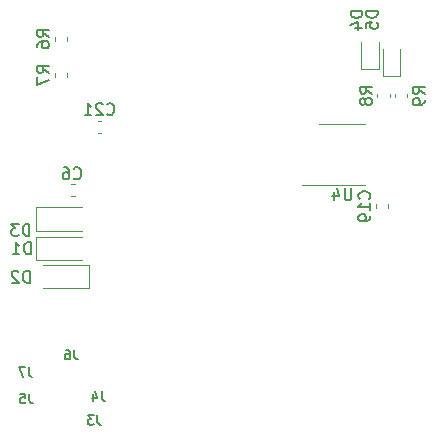
<source format=gbr>
G04 #@! TF.GenerationSoftware,KiCad,Pcbnew,5.1.4-1.fc30*
G04 #@! TF.CreationDate,2020-04-06T19:00:12+02:00*
G04 #@! TF.ProjectId,venom,76656e6f-6d2e-46b6-9963-61645f706362,rev?*
G04 #@! TF.SameCoordinates,Original*
G04 #@! TF.FileFunction,Legend,Bot*
G04 #@! TF.FilePolarity,Positive*
%FSLAX46Y46*%
G04 Gerber Fmt 4.6, Leading zero omitted, Abs format (unit mm)*
G04 Created by KiCad (PCBNEW 5.1.4-1.fc30) date 2020-04-06 19:00:12*
%MOMM*%
%LPD*%
G04 APERTURE LIST*
%ADD10C,0.120000*%
%ADD11C,0.150000*%
G04 APERTURE END LIST*
D10*
X148887221Y-118590000D02*
X149212779Y-118590000D01*
X148887221Y-117570000D02*
X149212779Y-117570000D01*
X145940000Y-124070000D02*
X145940000Y-122070000D01*
X145940000Y-122070000D02*
X149840000Y-122070000D01*
X145940000Y-124070000D02*
X149840000Y-124070000D01*
X150440000Y-124450000D02*
X146540000Y-124450000D01*
X150440000Y-126450000D02*
X146540000Y-126450000D01*
X150440000Y-124450000D02*
X150440000Y-126450000D01*
X145950000Y-121560000D02*
X145950000Y-119560000D01*
X145950000Y-119560000D02*
X149850000Y-119560000D01*
X145950000Y-121560000D02*
X149850000Y-121560000D01*
X148510000Y-105157221D02*
X148510000Y-105482779D01*
X147490000Y-105157221D02*
X147490000Y-105482779D01*
X147490000Y-108217221D02*
X147490000Y-108542779D01*
X148510000Y-108217221D02*
X148510000Y-108542779D01*
X174830000Y-109957221D02*
X174830000Y-110282779D01*
X175850000Y-109957221D02*
X175850000Y-110282779D01*
X177370000Y-109957221D02*
X177370000Y-110282779D01*
X176350000Y-109957221D02*
X176350000Y-110282779D01*
X168400000Y-117680000D02*
X173800000Y-117680000D01*
X169900000Y-112560000D02*
X173800000Y-112560000D01*
X174690000Y-119337221D02*
X174690000Y-119662779D01*
X175710000Y-119337221D02*
X175710000Y-119662779D01*
X173465000Y-107835000D02*
X173465000Y-105550000D01*
X174935000Y-107835000D02*
X173465000Y-107835000D01*
X174935000Y-105550000D02*
X174935000Y-107835000D01*
X176735000Y-106200000D02*
X176735000Y-108485000D01*
X176735000Y-108485000D02*
X175265000Y-108485000D01*
X175265000Y-108485000D02*
X175265000Y-106200000D01*
X151452779Y-112250000D02*
X151127221Y-112250000D01*
X151452779Y-113270000D02*
X151127221Y-113270000D01*
D11*
X149166666Y-131661904D02*
X149166666Y-132233333D01*
X149204761Y-132347619D01*
X149280952Y-132423809D01*
X149395238Y-132461904D01*
X149471428Y-132461904D01*
X148442857Y-131661904D02*
X148595238Y-131661904D01*
X148671428Y-131700000D01*
X148709523Y-131738095D01*
X148785714Y-131852380D01*
X148823809Y-132004761D01*
X148823809Y-132309523D01*
X148785714Y-132385714D01*
X148747619Y-132423809D01*
X148671428Y-132461904D01*
X148519047Y-132461904D01*
X148442857Y-132423809D01*
X148404761Y-132385714D01*
X148366666Y-132309523D01*
X148366666Y-132119047D01*
X148404761Y-132042857D01*
X148442857Y-132004761D01*
X148519047Y-131966666D01*
X148671428Y-131966666D01*
X148747619Y-132004761D01*
X148785714Y-132042857D01*
X148823809Y-132119047D01*
X151466666Y-135161904D02*
X151466666Y-135733333D01*
X151504761Y-135847619D01*
X151580952Y-135923809D01*
X151695238Y-135961904D01*
X151771428Y-135961904D01*
X150742857Y-135428571D02*
X150742857Y-135961904D01*
X150933333Y-135123809D02*
X151123809Y-135695238D01*
X150628571Y-135695238D01*
X145316666Y-133111904D02*
X145316666Y-133683333D01*
X145354761Y-133797619D01*
X145430952Y-133873809D01*
X145545238Y-133911904D01*
X145621428Y-133911904D01*
X145011904Y-133111904D02*
X144478571Y-133111904D01*
X144821428Y-133911904D01*
X145366666Y-135361904D02*
X145366666Y-135933333D01*
X145404761Y-136047619D01*
X145480952Y-136123809D01*
X145595238Y-136161904D01*
X145671428Y-136161904D01*
X144604761Y-135361904D02*
X144985714Y-135361904D01*
X145023809Y-135742857D01*
X144985714Y-135704761D01*
X144909523Y-135666666D01*
X144719047Y-135666666D01*
X144642857Y-135704761D01*
X144604761Y-135742857D01*
X144566666Y-135819047D01*
X144566666Y-136009523D01*
X144604761Y-136085714D01*
X144642857Y-136123809D01*
X144719047Y-136161904D01*
X144909523Y-136161904D01*
X144985714Y-136123809D01*
X145023809Y-136085714D01*
X151096666Y-137191904D02*
X151096666Y-137763333D01*
X151134761Y-137877619D01*
X151210952Y-137953809D01*
X151325238Y-137991904D01*
X151401428Y-137991904D01*
X150791904Y-137191904D02*
X150296666Y-137191904D01*
X150563333Y-137496666D01*
X150449047Y-137496666D01*
X150372857Y-137534761D01*
X150334761Y-137572857D01*
X150296666Y-137649047D01*
X150296666Y-137839523D01*
X150334761Y-137915714D01*
X150372857Y-137953809D01*
X150449047Y-137991904D01*
X150677619Y-137991904D01*
X150753809Y-137953809D01*
X150791904Y-137915714D01*
X149116666Y-117117142D02*
X149164285Y-117164761D01*
X149307142Y-117212380D01*
X149402380Y-117212380D01*
X149545238Y-117164761D01*
X149640476Y-117069523D01*
X149688095Y-116974285D01*
X149735714Y-116783809D01*
X149735714Y-116640952D01*
X149688095Y-116450476D01*
X149640476Y-116355238D01*
X149545238Y-116260000D01*
X149402380Y-116212380D01*
X149307142Y-116212380D01*
X149164285Y-116260000D01*
X149116666Y-116307619D01*
X148259523Y-116212380D02*
X148450000Y-116212380D01*
X148545238Y-116260000D01*
X148592857Y-116307619D01*
X148688095Y-116450476D01*
X148735714Y-116640952D01*
X148735714Y-117021904D01*
X148688095Y-117117142D01*
X148640476Y-117164761D01*
X148545238Y-117212380D01*
X148354761Y-117212380D01*
X148259523Y-117164761D01*
X148211904Y-117117142D01*
X148164285Y-117021904D01*
X148164285Y-116783809D01*
X148211904Y-116688571D01*
X148259523Y-116640952D01*
X148354761Y-116593333D01*
X148545238Y-116593333D01*
X148640476Y-116640952D01*
X148688095Y-116688571D01*
X148735714Y-116783809D01*
X145468095Y-123552380D02*
X145468095Y-122552380D01*
X145230000Y-122552380D01*
X145087142Y-122600000D01*
X144991904Y-122695238D01*
X144944285Y-122790476D01*
X144896666Y-122980952D01*
X144896666Y-123123809D01*
X144944285Y-123314285D01*
X144991904Y-123409523D01*
X145087142Y-123504761D01*
X145230000Y-123552380D01*
X145468095Y-123552380D01*
X143944285Y-123552380D02*
X144515714Y-123552380D01*
X144230000Y-123552380D02*
X144230000Y-122552380D01*
X144325238Y-122695238D01*
X144420476Y-122790476D01*
X144515714Y-122838095D01*
X145368095Y-125952380D02*
X145368095Y-124952380D01*
X145130000Y-124952380D01*
X144987142Y-125000000D01*
X144891904Y-125095238D01*
X144844285Y-125190476D01*
X144796666Y-125380952D01*
X144796666Y-125523809D01*
X144844285Y-125714285D01*
X144891904Y-125809523D01*
X144987142Y-125904761D01*
X145130000Y-125952380D01*
X145368095Y-125952380D01*
X144415714Y-125047619D02*
X144368095Y-125000000D01*
X144272857Y-124952380D01*
X144034761Y-124952380D01*
X143939523Y-125000000D01*
X143891904Y-125047619D01*
X143844285Y-125142857D01*
X143844285Y-125238095D01*
X143891904Y-125380952D01*
X144463333Y-125952380D01*
X143844285Y-125952380D01*
X145348095Y-121992380D02*
X145348095Y-120992380D01*
X145110000Y-120992380D01*
X144967142Y-121040000D01*
X144871904Y-121135238D01*
X144824285Y-121230476D01*
X144776666Y-121420952D01*
X144776666Y-121563809D01*
X144824285Y-121754285D01*
X144871904Y-121849523D01*
X144967142Y-121944761D01*
X145110000Y-121992380D01*
X145348095Y-121992380D01*
X144443333Y-120992380D02*
X143824285Y-120992380D01*
X144157619Y-121373333D01*
X144014761Y-121373333D01*
X143919523Y-121420952D01*
X143871904Y-121468571D01*
X143824285Y-121563809D01*
X143824285Y-121801904D01*
X143871904Y-121897142D01*
X143919523Y-121944761D01*
X144014761Y-121992380D01*
X144300476Y-121992380D01*
X144395714Y-121944761D01*
X144443333Y-121897142D01*
X147022380Y-105153333D02*
X146546190Y-104820000D01*
X147022380Y-104581904D02*
X146022380Y-104581904D01*
X146022380Y-104962857D01*
X146070000Y-105058095D01*
X146117619Y-105105714D01*
X146212857Y-105153333D01*
X146355714Y-105153333D01*
X146450952Y-105105714D01*
X146498571Y-105058095D01*
X146546190Y-104962857D01*
X146546190Y-104581904D01*
X146022380Y-106010476D02*
X146022380Y-105820000D01*
X146070000Y-105724761D01*
X146117619Y-105677142D01*
X146260476Y-105581904D01*
X146450952Y-105534285D01*
X146831904Y-105534285D01*
X146927142Y-105581904D01*
X146974761Y-105629523D01*
X147022380Y-105724761D01*
X147022380Y-105915238D01*
X146974761Y-106010476D01*
X146927142Y-106058095D01*
X146831904Y-106105714D01*
X146593809Y-106105714D01*
X146498571Y-106058095D01*
X146450952Y-106010476D01*
X146403333Y-105915238D01*
X146403333Y-105724761D01*
X146450952Y-105629523D01*
X146498571Y-105581904D01*
X146593809Y-105534285D01*
X147022380Y-108213333D02*
X146546190Y-107880000D01*
X147022380Y-107641904D02*
X146022380Y-107641904D01*
X146022380Y-108022857D01*
X146070000Y-108118095D01*
X146117619Y-108165714D01*
X146212857Y-108213333D01*
X146355714Y-108213333D01*
X146450952Y-108165714D01*
X146498571Y-108118095D01*
X146546190Y-108022857D01*
X146546190Y-107641904D01*
X146022380Y-108546666D02*
X146022380Y-109213333D01*
X147022380Y-108784761D01*
X174362380Y-109953333D02*
X173886190Y-109620000D01*
X174362380Y-109381904D02*
X173362380Y-109381904D01*
X173362380Y-109762857D01*
X173410000Y-109858095D01*
X173457619Y-109905714D01*
X173552857Y-109953333D01*
X173695714Y-109953333D01*
X173790952Y-109905714D01*
X173838571Y-109858095D01*
X173886190Y-109762857D01*
X173886190Y-109381904D01*
X173790952Y-110524761D02*
X173743333Y-110429523D01*
X173695714Y-110381904D01*
X173600476Y-110334285D01*
X173552857Y-110334285D01*
X173457619Y-110381904D01*
X173410000Y-110429523D01*
X173362380Y-110524761D01*
X173362380Y-110715238D01*
X173410000Y-110810476D01*
X173457619Y-110858095D01*
X173552857Y-110905714D01*
X173600476Y-110905714D01*
X173695714Y-110858095D01*
X173743333Y-110810476D01*
X173790952Y-110715238D01*
X173790952Y-110524761D01*
X173838571Y-110429523D01*
X173886190Y-110381904D01*
X173981428Y-110334285D01*
X174171904Y-110334285D01*
X174267142Y-110381904D01*
X174314761Y-110429523D01*
X174362380Y-110524761D01*
X174362380Y-110715238D01*
X174314761Y-110810476D01*
X174267142Y-110858095D01*
X174171904Y-110905714D01*
X173981428Y-110905714D01*
X173886190Y-110858095D01*
X173838571Y-110810476D01*
X173790952Y-110715238D01*
X178812380Y-109983333D02*
X178336190Y-109650000D01*
X178812380Y-109411904D02*
X177812380Y-109411904D01*
X177812380Y-109792857D01*
X177860000Y-109888095D01*
X177907619Y-109935714D01*
X178002857Y-109983333D01*
X178145714Y-109983333D01*
X178240952Y-109935714D01*
X178288571Y-109888095D01*
X178336190Y-109792857D01*
X178336190Y-109411904D01*
X178812380Y-110459523D02*
X178812380Y-110650000D01*
X178764761Y-110745238D01*
X178717142Y-110792857D01*
X178574285Y-110888095D01*
X178383809Y-110935714D01*
X178002857Y-110935714D01*
X177907619Y-110888095D01*
X177860000Y-110840476D01*
X177812380Y-110745238D01*
X177812380Y-110554761D01*
X177860000Y-110459523D01*
X177907619Y-110411904D01*
X178002857Y-110364285D01*
X178240952Y-110364285D01*
X178336190Y-110411904D01*
X178383809Y-110459523D01*
X178431428Y-110554761D01*
X178431428Y-110745238D01*
X178383809Y-110840476D01*
X178336190Y-110888095D01*
X178240952Y-110935714D01*
X172611904Y-117972380D02*
X172611904Y-118781904D01*
X172564285Y-118877142D01*
X172516666Y-118924761D01*
X172421428Y-118972380D01*
X172230952Y-118972380D01*
X172135714Y-118924761D01*
X172088095Y-118877142D01*
X172040476Y-118781904D01*
X172040476Y-117972380D01*
X171135714Y-118305714D02*
X171135714Y-118972380D01*
X171373809Y-117924761D02*
X171611904Y-118639047D01*
X170992857Y-118639047D01*
X174127142Y-118857142D02*
X174174761Y-118809523D01*
X174222380Y-118666666D01*
X174222380Y-118571428D01*
X174174761Y-118428571D01*
X174079523Y-118333333D01*
X173984285Y-118285714D01*
X173793809Y-118238095D01*
X173650952Y-118238095D01*
X173460476Y-118285714D01*
X173365238Y-118333333D01*
X173270000Y-118428571D01*
X173222380Y-118571428D01*
X173222380Y-118666666D01*
X173270000Y-118809523D01*
X173317619Y-118857142D01*
X174222380Y-119809523D02*
X174222380Y-119238095D01*
X174222380Y-119523809D02*
X173222380Y-119523809D01*
X173365238Y-119428571D01*
X173460476Y-119333333D01*
X173508095Y-119238095D01*
X174222380Y-120285714D02*
X174222380Y-120476190D01*
X174174761Y-120571428D01*
X174127142Y-120619047D01*
X173984285Y-120714285D01*
X173793809Y-120761904D01*
X173412857Y-120761904D01*
X173317619Y-120714285D01*
X173270000Y-120666666D01*
X173222380Y-120571428D01*
X173222380Y-120380952D01*
X173270000Y-120285714D01*
X173317619Y-120238095D01*
X173412857Y-120190476D01*
X173650952Y-120190476D01*
X173746190Y-120238095D01*
X173793809Y-120285714D01*
X173841428Y-120380952D01*
X173841428Y-120571428D01*
X173793809Y-120666666D01*
X173746190Y-120714285D01*
X173650952Y-120761904D01*
X173552380Y-102961904D02*
X172552380Y-102961904D01*
X172552380Y-103200000D01*
X172600000Y-103342857D01*
X172695238Y-103438095D01*
X172790476Y-103485714D01*
X172980952Y-103533333D01*
X173123809Y-103533333D01*
X173314285Y-103485714D01*
X173409523Y-103438095D01*
X173504761Y-103342857D01*
X173552380Y-103200000D01*
X173552380Y-102961904D01*
X172885714Y-104390476D02*
X173552380Y-104390476D01*
X172504761Y-104152380D02*
X173219047Y-103914285D01*
X173219047Y-104533333D01*
X174852380Y-102961904D02*
X173852380Y-102961904D01*
X173852380Y-103200000D01*
X173900000Y-103342857D01*
X173995238Y-103438095D01*
X174090476Y-103485714D01*
X174280952Y-103533333D01*
X174423809Y-103533333D01*
X174614285Y-103485714D01*
X174709523Y-103438095D01*
X174804761Y-103342857D01*
X174852380Y-103200000D01*
X174852380Y-102961904D01*
X173852380Y-104438095D02*
X173852380Y-103961904D01*
X174328571Y-103914285D01*
X174280952Y-103961904D01*
X174233333Y-104057142D01*
X174233333Y-104295238D01*
X174280952Y-104390476D01*
X174328571Y-104438095D01*
X174423809Y-104485714D01*
X174661904Y-104485714D01*
X174757142Y-104438095D01*
X174804761Y-104390476D01*
X174852380Y-104295238D01*
X174852380Y-104057142D01*
X174804761Y-103961904D01*
X174757142Y-103914285D01*
X151932857Y-111687142D02*
X151980476Y-111734761D01*
X152123333Y-111782380D01*
X152218571Y-111782380D01*
X152361428Y-111734761D01*
X152456666Y-111639523D01*
X152504285Y-111544285D01*
X152551904Y-111353809D01*
X152551904Y-111210952D01*
X152504285Y-111020476D01*
X152456666Y-110925238D01*
X152361428Y-110830000D01*
X152218571Y-110782380D01*
X152123333Y-110782380D01*
X151980476Y-110830000D01*
X151932857Y-110877619D01*
X151551904Y-110877619D02*
X151504285Y-110830000D01*
X151409047Y-110782380D01*
X151170952Y-110782380D01*
X151075714Y-110830000D01*
X151028095Y-110877619D01*
X150980476Y-110972857D01*
X150980476Y-111068095D01*
X151028095Y-111210952D01*
X151599523Y-111782380D01*
X150980476Y-111782380D01*
X150028095Y-111782380D02*
X150599523Y-111782380D01*
X150313809Y-111782380D02*
X150313809Y-110782380D01*
X150409047Y-110925238D01*
X150504285Y-111020476D01*
X150599523Y-111068095D01*
M02*

</source>
